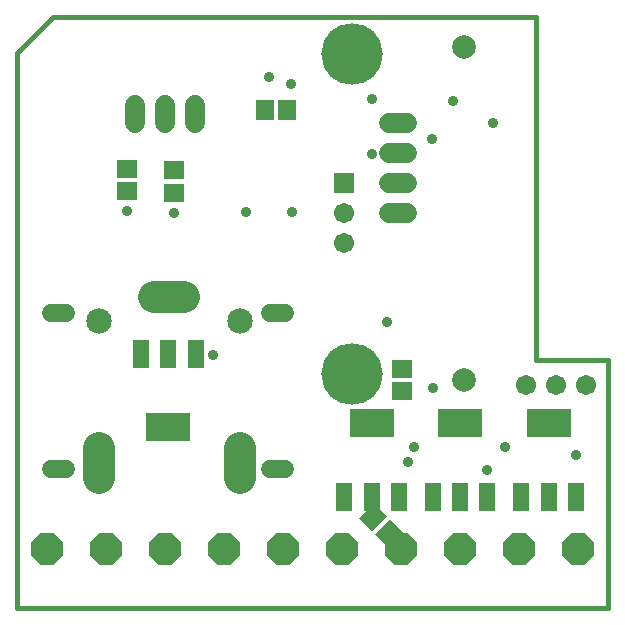
<source format=gbs>
G75*
%MOIN*%
%OFA0B0*%
%FSLAX25Y25*%
%IPPOS*%
%LPD*%
%AMOC8*
5,1,8,0,0,1.08239X$1,22.5*
%
%ADD10C,0.00000*%
%ADD11C,0.20485*%
%ADD12C,0.01600*%
%ADD13C,0.10800*%
%ADD14C,0.08477*%
%ADD15R,0.05599X0.09599*%
%ADD16R,0.14973X0.09461*%
%ADD17OC8,0.10800*%
%ADD18R,0.07099X0.05918*%
%ADD19R,0.05918X0.07099*%
%ADD20C,0.06800*%
%ADD21C,0.05950*%
%ADD22C,0.07887*%
%ADD23R,0.06737X0.06737*%
%ADD24C,0.06737*%
%ADD25C,0.03600*%
D10*
X0103374Y0079753D02*
X0103377Y0079995D01*
X0103386Y0080236D01*
X0103401Y0080477D01*
X0103421Y0080718D01*
X0103448Y0080958D01*
X0103481Y0081197D01*
X0103519Y0081436D01*
X0103563Y0081673D01*
X0103613Y0081910D01*
X0103669Y0082145D01*
X0103731Y0082378D01*
X0103798Y0082610D01*
X0103871Y0082841D01*
X0103949Y0083069D01*
X0104034Y0083295D01*
X0104123Y0083520D01*
X0104218Y0083742D01*
X0104319Y0083961D01*
X0104425Y0084179D01*
X0104536Y0084393D01*
X0104653Y0084605D01*
X0104774Y0084813D01*
X0104901Y0085019D01*
X0105033Y0085221D01*
X0105170Y0085421D01*
X0105311Y0085616D01*
X0105457Y0085809D01*
X0105608Y0085997D01*
X0105764Y0086182D01*
X0105924Y0086363D01*
X0106088Y0086540D01*
X0106257Y0086713D01*
X0106430Y0086882D01*
X0106607Y0087046D01*
X0106788Y0087206D01*
X0106973Y0087362D01*
X0107161Y0087513D01*
X0107354Y0087659D01*
X0107549Y0087800D01*
X0107749Y0087937D01*
X0107951Y0088069D01*
X0108157Y0088196D01*
X0108365Y0088317D01*
X0108577Y0088434D01*
X0108791Y0088545D01*
X0109009Y0088651D01*
X0109228Y0088752D01*
X0109450Y0088847D01*
X0109675Y0088936D01*
X0109901Y0089021D01*
X0110129Y0089099D01*
X0110360Y0089172D01*
X0110592Y0089239D01*
X0110825Y0089301D01*
X0111060Y0089357D01*
X0111297Y0089407D01*
X0111534Y0089451D01*
X0111773Y0089489D01*
X0112012Y0089522D01*
X0112252Y0089549D01*
X0112493Y0089569D01*
X0112734Y0089584D01*
X0112975Y0089593D01*
X0113217Y0089596D01*
X0113459Y0089593D01*
X0113700Y0089584D01*
X0113941Y0089569D01*
X0114182Y0089549D01*
X0114422Y0089522D01*
X0114661Y0089489D01*
X0114900Y0089451D01*
X0115137Y0089407D01*
X0115374Y0089357D01*
X0115609Y0089301D01*
X0115842Y0089239D01*
X0116074Y0089172D01*
X0116305Y0089099D01*
X0116533Y0089021D01*
X0116759Y0088936D01*
X0116984Y0088847D01*
X0117206Y0088752D01*
X0117425Y0088651D01*
X0117643Y0088545D01*
X0117857Y0088434D01*
X0118069Y0088317D01*
X0118277Y0088196D01*
X0118483Y0088069D01*
X0118685Y0087937D01*
X0118885Y0087800D01*
X0119080Y0087659D01*
X0119273Y0087513D01*
X0119461Y0087362D01*
X0119646Y0087206D01*
X0119827Y0087046D01*
X0120004Y0086882D01*
X0120177Y0086713D01*
X0120346Y0086540D01*
X0120510Y0086363D01*
X0120670Y0086182D01*
X0120826Y0085997D01*
X0120977Y0085809D01*
X0121123Y0085616D01*
X0121264Y0085421D01*
X0121401Y0085221D01*
X0121533Y0085019D01*
X0121660Y0084813D01*
X0121781Y0084605D01*
X0121898Y0084393D01*
X0122009Y0084179D01*
X0122115Y0083961D01*
X0122216Y0083742D01*
X0122311Y0083520D01*
X0122400Y0083295D01*
X0122485Y0083069D01*
X0122563Y0082841D01*
X0122636Y0082610D01*
X0122703Y0082378D01*
X0122765Y0082145D01*
X0122821Y0081910D01*
X0122871Y0081673D01*
X0122915Y0081436D01*
X0122953Y0081197D01*
X0122986Y0080958D01*
X0123013Y0080718D01*
X0123033Y0080477D01*
X0123048Y0080236D01*
X0123057Y0079995D01*
X0123060Y0079753D01*
X0123057Y0079511D01*
X0123048Y0079270D01*
X0123033Y0079029D01*
X0123013Y0078788D01*
X0122986Y0078548D01*
X0122953Y0078309D01*
X0122915Y0078070D01*
X0122871Y0077833D01*
X0122821Y0077596D01*
X0122765Y0077361D01*
X0122703Y0077128D01*
X0122636Y0076896D01*
X0122563Y0076665D01*
X0122485Y0076437D01*
X0122400Y0076211D01*
X0122311Y0075986D01*
X0122216Y0075764D01*
X0122115Y0075545D01*
X0122009Y0075327D01*
X0121898Y0075113D01*
X0121781Y0074901D01*
X0121660Y0074693D01*
X0121533Y0074487D01*
X0121401Y0074285D01*
X0121264Y0074085D01*
X0121123Y0073890D01*
X0120977Y0073697D01*
X0120826Y0073509D01*
X0120670Y0073324D01*
X0120510Y0073143D01*
X0120346Y0072966D01*
X0120177Y0072793D01*
X0120004Y0072624D01*
X0119827Y0072460D01*
X0119646Y0072300D01*
X0119461Y0072144D01*
X0119273Y0071993D01*
X0119080Y0071847D01*
X0118885Y0071706D01*
X0118685Y0071569D01*
X0118483Y0071437D01*
X0118277Y0071310D01*
X0118069Y0071189D01*
X0117857Y0071072D01*
X0117643Y0070961D01*
X0117425Y0070855D01*
X0117206Y0070754D01*
X0116984Y0070659D01*
X0116759Y0070570D01*
X0116533Y0070485D01*
X0116305Y0070407D01*
X0116074Y0070334D01*
X0115842Y0070267D01*
X0115609Y0070205D01*
X0115374Y0070149D01*
X0115137Y0070099D01*
X0114900Y0070055D01*
X0114661Y0070017D01*
X0114422Y0069984D01*
X0114182Y0069957D01*
X0113941Y0069937D01*
X0113700Y0069922D01*
X0113459Y0069913D01*
X0113217Y0069910D01*
X0112975Y0069913D01*
X0112734Y0069922D01*
X0112493Y0069937D01*
X0112252Y0069957D01*
X0112012Y0069984D01*
X0111773Y0070017D01*
X0111534Y0070055D01*
X0111297Y0070099D01*
X0111060Y0070149D01*
X0110825Y0070205D01*
X0110592Y0070267D01*
X0110360Y0070334D01*
X0110129Y0070407D01*
X0109901Y0070485D01*
X0109675Y0070570D01*
X0109450Y0070659D01*
X0109228Y0070754D01*
X0109009Y0070855D01*
X0108791Y0070961D01*
X0108577Y0071072D01*
X0108365Y0071189D01*
X0108157Y0071310D01*
X0107951Y0071437D01*
X0107749Y0071569D01*
X0107549Y0071706D01*
X0107354Y0071847D01*
X0107161Y0071993D01*
X0106973Y0072144D01*
X0106788Y0072300D01*
X0106607Y0072460D01*
X0106430Y0072624D01*
X0106257Y0072793D01*
X0106088Y0072966D01*
X0105924Y0073143D01*
X0105764Y0073324D01*
X0105608Y0073509D01*
X0105457Y0073697D01*
X0105311Y0073890D01*
X0105170Y0074085D01*
X0105033Y0074285D01*
X0104901Y0074487D01*
X0104774Y0074693D01*
X0104653Y0074901D01*
X0104536Y0075113D01*
X0104425Y0075327D01*
X0104319Y0075545D01*
X0104218Y0075764D01*
X0104123Y0075986D01*
X0104034Y0076211D01*
X0103949Y0076437D01*
X0103871Y0076665D01*
X0103798Y0076896D01*
X0103731Y0077128D01*
X0103669Y0077361D01*
X0103613Y0077596D01*
X0103563Y0077833D01*
X0103519Y0078070D01*
X0103481Y0078309D01*
X0103448Y0078548D01*
X0103421Y0078788D01*
X0103401Y0079029D01*
X0103386Y0079270D01*
X0103377Y0079511D01*
X0103374Y0079753D01*
X0147076Y0077784D02*
X0147078Y0077902D01*
X0147084Y0078021D01*
X0147094Y0078139D01*
X0147108Y0078256D01*
X0147125Y0078373D01*
X0147147Y0078490D01*
X0147173Y0078605D01*
X0147202Y0078720D01*
X0147235Y0078834D01*
X0147272Y0078946D01*
X0147313Y0079057D01*
X0147357Y0079167D01*
X0147405Y0079275D01*
X0147457Y0079382D01*
X0147512Y0079487D01*
X0147571Y0079590D01*
X0147633Y0079690D01*
X0147698Y0079789D01*
X0147767Y0079886D01*
X0147838Y0079980D01*
X0147913Y0080071D01*
X0147991Y0080161D01*
X0148072Y0080247D01*
X0148156Y0080331D01*
X0148242Y0080412D01*
X0148332Y0080490D01*
X0148423Y0080565D01*
X0148517Y0080636D01*
X0148614Y0080705D01*
X0148713Y0080770D01*
X0148813Y0080832D01*
X0148916Y0080891D01*
X0149021Y0080946D01*
X0149128Y0080998D01*
X0149236Y0081046D01*
X0149346Y0081090D01*
X0149457Y0081131D01*
X0149569Y0081168D01*
X0149683Y0081201D01*
X0149798Y0081230D01*
X0149913Y0081256D01*
X0150030Y0081278D01*
X0150147Y0081295D01*
X0150264Y0081309D01*
X0150382Y0081319D01*
X0150501Y0081325D01*
X0150619Y0081327D01*
X0150737Y0081325D01*
X0150856Y0081319D01*
X0150974Y0081309D01*
X0151091Y0081295D01*
X0151208Y0081278D01*
X0151325Y0081256D01*
X0151440Y0081230D01*
X0151555Y0081201D01*
X0151669Y0081168D01*
X0151781Y0081131D01*
X0151892Y0081090D01*
X0152002Y0081046D01*
X0152110Y0080998D01*
X0152217Y0080946D01*
X0152322Y0080891D01*
X0152425Y0080832D01*
X0152525Y0080770D01*
X0152624Y0080705D01*
X0152721Y0080636D01*
X0152815Y0080565D01*
X0152906Y0080490D01*
X0152996Y0080412D01*
X0153082Y0080331D01*
X0153166Y0080247D01*
X0153247Y0080161D01*
X0153325Y0080071D01*
X0153400Y0079980D01*
X0153471Y0079886D01*
X0153540Y0079789D01*
X0153605Y0079690D01*
X0153667Y0079590D01*
X0153726Y0079487D01*
X0153781Y0079382D01*
X0153833Y0079275D01*
X0153881Y0079167D01*
X0153925Y0079057D01*
X0153966Y0078946D01*
X0154003Y0078834D01*
X0154036Y0078720D01*
X0154065Y0078605D01*
X0154091Y0078490D01*
X0154113Y0078373D01*
X0154130Y0078256D01*
X0154144Y0078139D01*
X0154154Y0078021D01*
X0154160Y0077902D01*
X0154162Y0077784D01*
X0154160Y0077666D01*
X0154154Y0077547D01*
X0154144Y0077429D01*
X0154130Y0077312D01*
X0154113Y0077195D01*
X0154091Y0077078D01*
X0154065Y0076963D01*
X0154036Y0076848D01*
X0154003Y0076734D01*
X0153966Y0076622D01*
X0153925Y0076511D01*
X0153881Y0076401D01*
X0153833Y0076293D01*
X0153781Y0076186D01*
X0153726Y0076081D01*
X0153667Y0075978D01*
X0153605Y0075878D01*
X0153540Y0075779D01*
X0153471Y0075682D01*
X0153400Y0075588D01*
X0153325Y0075497D01*
X0153247Y0075407D01*
X0153166Y0075321D01*
X0153082Y0075237D01*
X0152996Y0075156D01*
X0152906Y0075078D01*
X0152815Y0075003D01*
X0152721Y0074932D01*
X0152624Y0074863D01*
X0152525Y0074798D01*
X0152425Y0074736D01*
X0152322Y0074677D01*
X0152217Y0074622D01*
X0152110Y0074570D01*
X0152002Y0074522D01*
X0151892Y0074478D01*
X0151781Y0074437D01*
X0151669Y0074400D01*
X0151555Y0074367D01*
X0151440Y0074338D01*
X0151325Y0074312D01*
X0151208Y0074290D01*
X0151091Y0074273D01*
X0150974Y0074259D01*
X0150856Y0074249D01*
X0150737Y0074243D01*
X0150619Y0074241D01*
X0150501Y0074243D01*
X0150382Y0074249D01*
X0150264Y0074259D01*
X0150147Y0074273D01*
X0150030Y0074290D01*
X0149913Y0074312D01*
X0149798Y0074338D01*
X0149683Y0074367D01*
X0149569Y0074400D01*
X0149457Y0074437D01*
X0149346Y0074478D01*
X0149236Y0074522D01*
X0149128Y0074570D01*
X0149021Y0074622D01*
X0148916Y0074677D01*
X0148813Y0074736D01*
X0148713Y0074798D01*
X0148614Y0074863D01*
X0148517Y0074932D01*
X0148423Y0075003D01*
X0148332Y0075078D01*
X0148242Y0075156D01*
X0148156Y0075237D01*
X0148072Y0075321D01*
X0147991Y0075407D01*
X0147913Y0075497D01*
X0147838Y0075588D01*
X0147767Y0075682D01*
X0147698Y0075779D01*
X0147633Y0075878D01*
X0147571Y0075978D01*
X0147512Y0076081D01*
X0147457Y0076186D01*
X0147405Y0076293D01*
X0147357Y0076401D01*
X0147313Y0076511D01*
X0147272Y0076622D01*
X0147235Y0076734D01*
X0147202Y0076848D01*
X0147173Y0076963D01*
X0147147Y0077078D01*
X0147125Y0077195D01*
X0147108Y0077312D01*
X0147094Y0077429D01*
X0147084Y0077547D01*
X0147078Y0077666D01*
X0147076Y0077784D01*
X0103374Y0186446D02*
X0103377Y0186688D01*
X0103386Y0186929D01*
X0103401Y0187170D01*
X0103421Y0187411D01*
X0103448Y0187651D01*
X0103481Y0187890D01*
X0103519Y0188129D01*
X0103563Y0188366D01*
X0103613Y0188603D01*
X0103669Y0188838D01*
X0103731Y0189071D01*
X0103798Y0189303D01*
X0103871Y0189534D01*
X0103949Y0189762D01*
X0104034Y0189988D01*
X0104123Y0190213D01*
X0104218Y0190435D01*
X0104319Y0190654D01*
X0104425Y0190872D01*
X0104536Y0191086D01*
X0104653Y0191298D01*
X0104774Y0191506D01*
X0104901Y0191712D01*
X0105033Y0191914D01*
X0105170Y0192114D01*
X0105311Y0192309D01*
X0105457Y0192502D01*
X0105608Y0192690D01*
X0105764Y0192875D01*
X0105924Y0193056D01*
X0106088Y0193233D01*
X0106257Y0193406D01*
X0106430Y0193575D01*
X0106607Y0193739D01*
X0106788Y0193899D01*
X0106973Y0194055D01*
X0107161Y0194206D01*
X0107354Y0194352D01*
X0107549Y0194493D01*
X0107749Y0194630D01*
X0107951Y0194762D01*
X0108157Y0194889D01*
X0108365Y0195010D01*
X0108577Y0195127D01*
X0108791Y0195238D01*
X0109009Y0195344D01*
X0109228Y0195445D01*
X0109450Y0195540D01*
X0109675Y0195629D01*
X0109901Y0195714D01*
X0110129Y0195792D01*
X0110360Y0195865D01*
X0110592Y0195932D01*
X0110825Y0195994D01*
X0111060Y0196050D01*
X0111297Y0196100D01*
X0111534Y0196144D01*
X0111773Y0196182D01*
X0112012Y0196215D01*
X0112252Y0196242D01*
X0112493Y0196262D01*
X0112734Y0196277D01*
X0112975Y0196286D01*
X0113217Y0196289D01*
X0113459Y0196286D01*
X0113700Y0196277D01*
X0113941Y0196262D01*
X0114182Y0196242D01*
X0114422Y0196215D01*
X0114661Y0196182D01*
X0114900Y0196144D01*
X0115137Y0196100D01*
X0115374Y0196050D01*
X0115609Y0195994D01*
X0115842Y0195932D01*
X0116074Y0195865D01*
X0116305Y0195792D01*
X0116533Y0195714D01*
X0116759Y0195629D01*
X0116984Y0195540D01*
X0117206Y0195445D01*
X0117425Y0195344D01*
X0117643Y0195238D01*
X0117857Y0195127D01*
X0118069Y0195010D01*
X0118277Y0194889D01*
X0118483Y0194762D01*
X0118685Y0194630D01*
X0118885Y0194493D01*
X0119080Y0194352D01*
X0119273Y0194206D01*
X0119461Y0194055D01*
X0119646Y0193899D01*
X0119827Y0193739D01*
X0120004Y0193575D01*
X0120177Y0193406D01*
X0120346Y0193233D01*
X0120510Y0193056D01*
X0120670Y0192875D01*
X0120826Y0192690D01*
X0120977Y0192502D01*
X0121123Y0192309D01*
X0121264Y0192114D01*
X0121401Y0191914D01*
X0121533Y0191712D01*
X0121660Y0191506D01*
X0121781Y0191298D01*
X0121898Y0191086D01*
X0122009Y0190872D01*
X0122115Y0190654D01*
X0122216Y0190435D01*
X0122311Y0190213D01*
X0122400Y0189988D01*
X0122485Y0189762D01*
X0122563Y0189534D01*
X0122636Y0189303D01*
X0122703Y0189071D01*
X0122765Y0188838D01*
X0122821Y0188603D01*
X0122871Y0188366D01*
X0122915Y0188129D01*
X0122953Y0187890D01*
X0122986Y0187651D01*
X0123013Y0187411D01*
X0123033Y0187170D01*
X0123048Y0186929D01*
X0123057Y0186688D01*
X0123060Y0186446D01*
X0123057Y0186204D01*
X0123048Y0185963D01*
X0123033Y0185722D01*
X0123013Y0185481D01*
X0122986Y0185241D01*
X0122953Y0185002D01*
X0122915Y0184763D01*
X0122871Y0184526D01*
X0122821Y0184289D01*
X0122765Y0184054D01*
X0122703Y0183821D01*
X0122636Y0183589D01*
X0122563Y0183358D01*
X0122485Y0183130D01*
X0122400Y0182904D01*
X0122311Y0182679D01*
X0122216Y0182457D01*
X0122115Y0182238D01*
X0122009Y0182020D01*
X0121898Y0181806D01*
X0121781Y0181594D01*
X0121660Y0181386D01*
X0121533Y0181180D01*
X0121401Y0180978D01*
X0121264Y0180778D01*
X0121123Y0180583D01*
X0120977Y0180390D01*
X0120826Y0180202D01*
X0120670Y0180017D01*
X0120510Y0179836D01*
X0120346Y0179659D01*
X0120177Y0179486D01*
X0120004Y0179317D01*
X0119827Y0179153D01*
X0119646Y0178993D01*
X0119461Y0178837D01*
X0119273Y0178686D01*
X0119080Y0178540D01*
X0118885Y0178399D01*
X0118685Y0178262D01*
X0118483Y0178130D01*
X0118277Y0178003D01*
X0118069Y0177882D01*
X0117857Y0177765D01*
X0117643Y0177654D01*
X0117425Y0177548D01*
X0117206Y0177447D01*
X0116984Y0177352D01*
X0116759Y0177263D01*
X0116533Y0177178D01*
X0116305Y0177100D01*
X0116074Y0177027D01*
X0115842Y0176960D01*
X0115609Y0176898D01*
X0115374Y0176842D01*
X0115137Y0176792D01*
X0114900Y0176748D01*
X0114661Y0176710D01*
X0114422Y0176677D01*
X0114182Y0176650D01*
X0113941Y0176630D01*
X0113700Y0176615D01*
X0113459Y0176606D01*
X0113217Y0176603D01*
X0112975Y0176606D01*
X0112734Y0176615D01*
X0112493Y0176630D01*
X0112252Y0176650D01*
X0112012Y0176677D01*
X0111773Y0176710D01*
X0111534Y0176748D01*
X0111297Y0176792D01*
X0111060Y0176842D01*
X0110825Y0176898D01*
X0110592Y0176960D01*
X0110360Y0177027D01*
X0110129Y0177100D01*
X0109901Y0177178D01*
X0109675Y0177263D01*
X0109450Y0177352D01*
X0109228Y0177447D01*
X0109009Y0177548D01*
X0108791Y0177654D01*
X0108577Y0177765D01*
X0108365Y0177882D01*
X0108157Y0178003D01*
X0107951Y0178130D01*
X0107749Y0178262D01*
X0107549Y0178399D01*
X0107354Y0178540D01*
X0107161Y0178686D01*
X0106973Y0178837D01*
X0106788Y0178993D01*
X0106607Y0179153D01*
X0106430Y0179317D01*
X0106257Y0179486D01*
X0106088Y0179659D01*
X0105924Y0179836D01*
X0105764Y0180017D01*
X0105608Y0180202D01*
X0105457Y0180390D01*
X0105311Y0180583D01*
X0105170Y0180778D01*
X0105033Y0180978D01*
X0104901Y0181180D01*
X0104774Y0181386D01*
X0104653Y0181594D01*
X0104536Y0181806D01*
X0104425Y0182020D01*
X0104319Y0182238D01*
X0104218Y0182457D01*
X0104123Y0182679D01*
X0104034Y0182904D01*
X0103949Y0183130D01*
X0103871Y0183358D01*
X0103798Y0183589D01*
X0103731Y0183821D01*
X0103669Y0184054D01*
X0103613Y0184289D01*
X0103563Y0184526D01*
X0103519Y0184763D01*
X0103481Y0185002D01*
X0103448Y0185241D01*
X0103421Y0185481D01*
X0103401Y0185722D01*
X0103386Y0185963D01*
X0103377Y0186204D01*
X0103374Y0186446D01*
X0147076Y0188808D02*
X0147078Y0188926D01*
X0147084Y0189045D01*
X0147094Y0189163D01*
X0147108Y0189280D01*
X0147125Y0189397D01*
X0147147Y0189514D01*
X0147173Y0189629D01*
X0147202Y0189744D01*
X0147235Y0189858D01*
X0147272Y0189970D01*
X0147313Y0190081D01*
X0147357Y0190191D01*
X0147405Y0190299D01*
X0147457Y0190406D01*
X0147512Y0190511D01*
X0147571Y0190614D01*
X0147633Y0190714D01*
X0147698Y0190813D01*
X0147767Y0190910D01*
X0147838Y0191004D01*
X0147913Y0191095D01*
X0147991Y0191185D01*
X0148072Y0191271D01*
X0148156Y0191355D01*
X0148242Y0191436D01*
X0148332Y0191514D01*
X0148423Y0191589D01*
X0148517Y0191660D01*
X0148614Y0191729D01*
X0148713Y0191794D01*
X0148813Y0191856D01*
X0148916Y0191915D01*
X0149021Y0191970D01*
X0149128Y0192022D01*
X0149236Y0192070D01*
X0149346Y0192114D01*
X0149457Y0192155D01*
X0149569Y0192192D01*
X0149683Y0192225D01*
X0149798Y0192254D01*
X0149913Y0192280D01*
X0150030Y0192302D01*
X0150147Y0192319D01*
X0150264Y0192333D01*
X0150382Y0192343D01*
X0150501Y0192349D01*
X0150619Y0192351D01*
X0150737Y0192349D01*
X0150856Y0192343D01*
X0150974Y0192333D01*
X0151091Y0192319D01*
X0151208Y0192302D01*
X0151325Y0192280D01*
X0151440Y0192254D01*
X0151555Y0192225D01*
X0151669Y0192192D01*
X0151781Y0192155D01*
X0151892Y0192114D01*
X0152002Y0192070D01*
X0152110Y0192022D01*
X0152217Y0191970D01*
X0152322Y0191915D01*
X0152425Y0191856D01*
X0152525Y0191794D01*
X0152624Y0191729D01*
X0152721Y0191660D01*
X0152815Y0191589D01*
X0152906Y0191514D01*
X0152996Y0191436D01*
X0153082Y0191355D01*
X0153166Y0191271D01*
X0153247Y0191185D01*
X0153325Y0191095D01*
X0153400Y0191004D01*
X0153471Y0190910D01*
X0153540Y0190813D01*
X0153605Y0190714D01*
X0153667Y0190614D01*
X0153726Y0190511D01*
X0153781Y0190406D01*
X0153833Y0190299D01*
X0153881Y0190191D01*
X0153925Y0190081D01*
X0153966Y0189970D01*
X0154003Y0189858D01*
X0154036Y0189744D01*
X0154065Y0189629D01*
X0154091Y0189514D01*
X0154113Y0189397D01*
X0154130Y0189280D01*
X0154144Y0189163D01*
X0154154Y0189045D01*
X0154160Y0188926D01*
X0154162Y0188808D01*
X0154160Y0188690D01*
X0154154Y0188571D01*
X0154144Y0188453D01*
X0154130Y0188336D01*
X0154113Y0188219D01*
X0154091Y0188102D01*
X0154065Y0187987D01*
X0154036Y0187872D01*
X0154003Y0187758D01*
X0153966Y0187646D01*
X0153925Y0187535D01*
X0153881Y0187425D01*
X0153833Y0187317D01*
X0153781Y0187210D01*
X0153726Y0187105D01*
X0153667Y0187002D01*
X0153605Y0186902D01*
X0153540Y0186803D01*
X0153471Y0186706D01*
X0153400Y0186612D01*
X0153325Y0186521D01*
X0153247Y0186431D01*
X0153166Y0186345D01*
X0153082Y0186261D01*
X0152996Y0186180D01*
X0152906Y0186102D01*
X0152815Y0186027D01*
X0152721Y0185956D01*
X0152624Y0185887D01*
X0152525Y0185822D01*
X0152425Y0185760D01*
X0152322Y0185701D01*
X0152217Y0185646D01*
X0152110Y0185594D01*
X0152002Y0185546D01*
X0151892Y0185502D01*
X0151781Y0185461D01*
X0151669Y0185424D01*
X0151555Y0185391D01*
X0151440Y0185362D01*
X0151325Y0185336D01*
X0151208Y0185314D01*
X0151091Y0185297D01*
X0150974Y0185283D01*
X0150856Y0185273D01*
X0150737Y0185267D01*
X0150619Y0185265D01*
X0150501Y0185267D01*
X0150382Y0185273D01*
X0150264Y0185283D01*
X0150147Y0185297D01*
X0150030Y0185314D01*
X0149913Y0185336D01*
X0149798Y0185362D01*
X0149683Y0185391D01*
X0149569Y0185424D01*
X0149457Y0185461D01*
X0149346Y0185502D01*
X0149236Y0185546D01*
X0149128Y0185594D01*
X0149021Y0185646D01*
X0148916Y0185701D01*
X0148813Y0185760D01*
X0148713Y0185822D01*
X0148614Y0185887D01*
X0148517Y0185956D01*
X0148423Y0186027D01*
X0148332Y0186102D01*
X0148242Y0186180D01*
X0148156Y0186261D01*
X0148072Y0186345D01*
X0147991Y0186431D01*
X0147913Y0186521D01*
X0147838Y0186612D01*
X0147767Y0186706D01*
X0147698Y0186803D01*
X0147633Y0186902D01*
X0147571Y0187002D01*
X0147512Y0187105D01*
X0147457Y0187210D01*
X0147405Y0187317D01*
X0147357Y0187425D01*
X0147313Y0187535D01*
X0147272Y0187646D01*
X0147235Y0187758D01*
X0147202Y0187872D01*
X0147173Y0187987D01*
X0147147Y0188102D01*
X0147125Y0188219D01*
X0147108Y0188336D01*
X0147094Y0188453D01*
X0147084Y0188571D01*
X0147078Y0188690D01*
X0147076Y0188808D01*
D11*
X0113217Y0186446D03*
X0113217Y0079753D03*
D12*
X0198650Y0001800D02*
X0001800Y0001800D01*
X0001800Y0186839D01*
X0013611Y0198650D01*
X0174635Y0198650D01*
X0174635Y0084477D01*
X0198650Y0084477D01*
X0198650Y0001800D01*
D13*
X0076131Y0045186D02*
X0076131Y0055186D01*
X0028887Y0055186D02*
X0028887Y0045186D01*
X0047509Y0105304D02*
X0057509Y0105304D01*
D14*
X0076131Y0097430D03*
X0028887Y0097430D03*
D15*
X0043095Y0086442D03*
X0052194Y0086442D03*
X0061292Y0086442D03*
X0110812Y0038812D03*
X0119910Y0038812D03*
X0129009Y0038812D03*
X0140339Y0038812D03*
X0149438Y0038812D03*
X0158536Y0038812D03*
X0169867Y0038812D03*
X0178965Y0038812D03*
X0188064Y0038812D03*
D16*
X0178965Y0063213D03*
X0149438Y0063213D03*
X0119910Y0063213D03*
X0052194Y0062040D03*
D17*
X0051013Y0021485D03*
X0070698Y0021485D03*
X0090383Y0021485D03*
X0110068Y0021485D03*
X0129753Y0021485D03*
X0149438Y0021485D03*
X0169123Y0021485D03*
X0188808Y0021485D03*
X0031328Y0021485D03*
X0011643Y0021485D03*
D18*
X0054162Y0140186D03*
X0054162Y0147666D03*
X0038414Y0148060D03*
X0038414Y0140580D03*
X0130146Y0081524D03*
X0130146Y0074044D03*
D19*
G36*
X0120832Y0036605D02*
X0125016Y0032421D01*
X0119998Y0027403D01*
X0115814Y0031587D01*
X0120832Y0036605D01*
G37*
G36*
X0126122Y0031315D02*
X0130306Y0027131D01*
X0125288Y0022113D01*
X0121104Y0026297D01*
X0126122Y0031315D01*
G37*
X0091761Y0167548D03*
X0084280Y0167548D03*
D20*
X0061013Y0169367D02*
X0061013Y0163367D01*
X0051013Y0163367D02*
X0051013Y0169367D01*
X0041013Y0169367D02*
X0041013Y0163367D01*
X0125572Y0163257D02*
X0131572Y0163257D01*
X0131572Y0153257D02*
X0125572Y0153257D01*
X0125572Y0143257D02*
X0131572Y0143257D01*
X0131572Y0133257D02*
X0125572Y0133257D01*
D21*
X0091068Y0099918D02*
X0085918Y0099918D01*
X0085918Y0047918D02*
X0091068Y0047918D01*
X0018068Y0047918D02*
X0012918Y0047918D01*
X0012918Y0099918D02*
X0018068Y0099918D01*
D22*
X0150619Y0077784D03*
X0150619Y0188808D03*
D23*
X0110619Y0143296D03*
D24*
X0110619Y0133296D03*
X0110619Y0123296D03*
X0171209Y0076052D03*
X0181209Y0076052D03*
X0191209Y0076052D03*
D25*
X0188020Y0052587D03*
X0164398Y0055343D03*
X0158493Y0047863D03*
X0134083Y0055343D03*
X0132115Y0050225D03*
X0140383Y0075028D03*
X0125028Y0097076D03*
X0093532Y0133690D03*
X0078178Y0133690D03*
X0054162Y0133296D03*
X0038414Y0134083D03*
X0085658Y0178572D03*
X0093139Y0176209D03*
X0119910Y0171485D03*
X0119910Y0152981D03*
X0139989Y0158099D03*
X0147076Y0170698D03*
X0160461Y0163217D03*
X0067154Y0086052D03*
M02*

</source>
